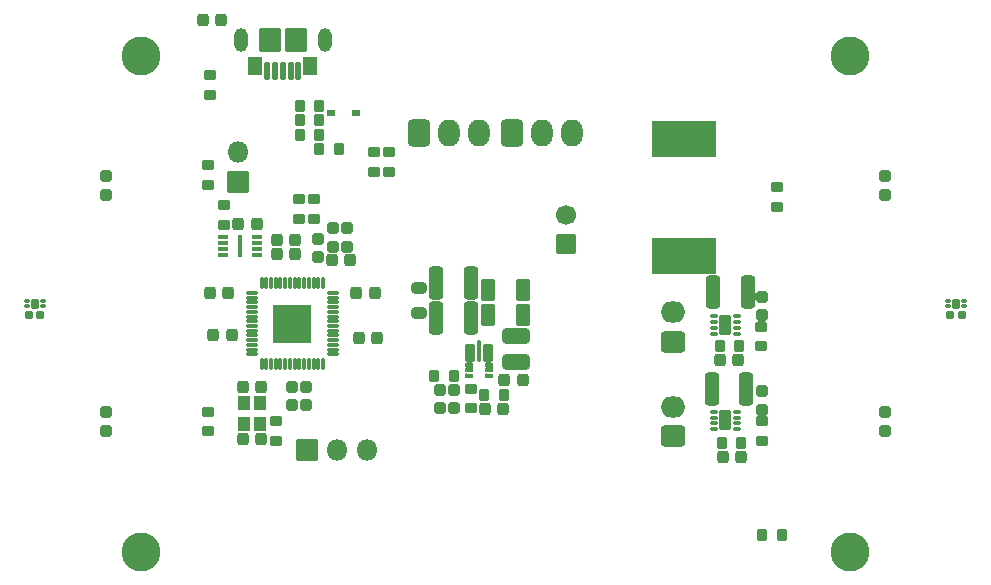
<source format=gts>
G04 #@! TF.GenerationSoftware,KiCad,Pcbnew,(6.0.7)*
G04 #@! TF.CreationDate,2022-10-27T11:37:51+02:00*
G04 #@! TF.ProjectId,DualValveCon,4475616c-5661-46c7-9665-436f6e2e6b69,rev?*
G04 #@! TF.SameCoordinates,Original*
G04 #@! TF.FileFunction,Soldermask,Top*
G04 #@! TF.FilePolarity,Negative*
%FSLAX46Y46*%
G04 Gerber Fmt 4.6, Leading zero omitted, Abs format (unit mm)*
G04 Created by KiCad (PCBNEW (6.0.7)) date 2022-10-27 11:37:51*
%MOMM*%
%LPD*%
G01*
G04 APERTURE LIST*
G04 Aperture macros list*
%AMRoundRect*
0 Rectangle with rounded corners*
0 $1 Rounding radius*
0 $2 $3 $4 $5 $6 $7 $8 $9 X,Y pos of 4 corners*
0 Add a 4 corners polygon primitive as box body*
4,1,4,$2,$3,$4,$5,$6,$7,$8,$9,$2,$3,0*
0 Add four circle primitives for the rounded corners*
1,1,$1+$1,$2,$3*
1,1,$1+$1,$4,$5*
1,1,$1+$1,$6,$7*
1,1,$1+$1,$8,$9*
0 Add four rect primitives between the rounded corners*
20,1,$1+$1,$2,$3,$4,$5,0*
20,1,$1+$1,$4,$5,$6,$7,0*
20,1,$1+$1,$6,$7,$8,$9,0*
20,1,$1+$1,$8,$9,$2,$3,0*%
G04 Aperture macros list end*
%ADD10RoundRect,0.300000X0.325000X1.100000X-0.325000X1.100000X-0.325000X-1.100000X0.325000X-1.100000X0*%
%ADD11RoundRect,0.100000X-0.387500X-0.050000X0.387500X-0.050000X0.387500X0.050000X-0.387500X0.050000X0*%
%ADD12RoundRect,0.100000X-0.050000X-0.387500X0.050000X-0.387500X0.050000X0.387500X-0.050000X0.387500X0*%
%ADD13RoundRect,0.050000X-1.600000X-1.600000X1.600000X-1.600000X1.600000X1.600000X-1.600000X1.600000X0*%
%ADD14C,3.300000*%
%ADD15RoundRect,0.250000X-0.275000X0.200000X-0.275000X-0.200000X0.275000X-0.200000X0.275000X0.200000X0*%
%ADD16RoundRect,0.300000X0.750000X-0.600000X0.750000X0.600000X-0.750000X0.600000X-0.750000X-0.600000X0*%
%ADD17O,2.100000X1.800000*%
%ADD18RoundRect,0.300000X-0.325000X-0.650000X0.325000X-0.650000X0.325000X0.650000X-0.325000X0.650000X0*%
%ADD19RoundRect,0.275000X0.225000X0.250000X-0.225000X0.250000X-0.225000X-0.250000X0.225000X-0.250000X0*%
%ADD20RoundRect,0.268750X0.218750X0.256250X-0.218750X0.256250X-0.218750X-0.256250X0.218750X-0.256250X0*%
%ADD21RoundRect,0.275000X-0.225000X-0.250000X0.225000X-0.250000X0.225000X0.250000X-0.225000X0.250000X0*%
%ADD22RoundRect,0.050000X-0.375000X-0.150000X0.375000X-0.150000X0.375000X0.150000X-0.375000X0.150000X0*%
%ADD23RoundRect,0.050000X-0.150000X-0.850000X0.150000X-0.850000X0.150000X0.850000X-0.150000X0.850000X0*%
%ADD24RoundRect,0.300000X-0.620000X-0.845000X0.620000X-0.845000X0.620000X0.845000X-0.620000X0.845000X0*%
%ADD25O,1.840000X2.290000*%
%ADD26RoundRect,0.050000X-0.500000X0.575000X-0.500000X-0.575000X0.500000X-0.575000X0.500000X0.575000X0*%
%ADD27RoundRect,0.050000X0.200000X0.700000X-0.200000X0.700000X-0.200000X-0.700000X0.200000X-0.700000X0*%
%ADD28O,1.150000X2.000000*%
%ADD29RoundRect,0.050000X0.575000X0.725000X-0.575000X0.725000X-0.575000X-0.725000X0.575000X-0.725000X0*%
%ADD30RoundRect,0.050000X0.875000X0.950000X-0.875000X0.950000X-0.875000X-0.950000X0.875000X-0.950000X0*%
%ADD31RoundRect,0.268750X0.256250X-0.218750X0.256250X0.218750X-0.256250X0.218750X-0.256250X-0.218750X0*%
%ADD32RoundRect,0.250000X0.275000X-0.200000X0.275000X0.200000X-0.275000X0.200000X-0.275000X-0.200000X0*%
%ADD33RoundRect,0.268750X-0.256250X0.218750X-0.256250X-0.218750X0.256250X-0.218750X0.256250X0.218750X0*%
%ADD34RoundRect,0.105000X-0.145000X-0.055000X0.145000X-0.055000X0.145000X0.055000X-0.145000X0.055000X0*%
%ADD35RoundRect,0.187500X-0.137500X-0.237500X0.137500X-0.237500X0.137500X0.237500X-0.137500X0.237500X0*%
%ADD36RoundRect,0.190000X-0.140000X-0.170000X0.140000X-0.170000X0.140000X0.170000X-0.140000X0.170000X0*%
%ADD37RoundRect,0.050000X0.300000X0.225000X-0.300000X0.225000X-0.300000X-0.225000X0.300000X-0.225000X0*%
%ADD38RoundRect,0.250000X0.200000X0.275000X-0.200000X0.275000X-0.200000X-0.275000X0.200000X-0.275000X0*%
%ADD39RoundRect,0.300000X0.850000X-0.375000X0.850000X0.375000X-0.850000X0.375000X-0.850000X-0.375000X0*%
%ADD40RoundRect,0.275000X-0.250000X0.225000X-0.250000X-0.225000X0.250000X-0.225000X0.250000X0.225000X0*%
%ADD41RoundRect,0.050000X0.850000X-0.850000X0.850000X0.850000X-0.850000X0.850000X-0.850000X-0.850000X0*%
%ADD42O,1.800000X1.800000*%
%ADD43RoundRect,0.050000X0.250000X0.125000X-0.250000X0.125000X-0.250000X-0.125000X0.250000X-0.125000X0*%
%ADD44RoundRect,0.050000X0.450000X0.800000X-0.450000X0.800000X-0.450000X-0.800000X0.450000X-0.800000X0*%
%ADD45RoundRect,0.275000X0.250000X-0.225000X0.250000X0.225000X-0.250000X0.225000X-0.250000X-0.225000X0*%
%ADD46RoundRect,0.050000X0.850000X0.850000X-0.850000X0.850000X-0.850000X-0.850000X0.850000X-0.850000X0*%
%ADD47RoundRect,0.250000X-0.200000X-0.275000X0.200000X-0.275000X0.200000X0.275000X-0.200000X0.275000X0*%
%ADD48RoundRect,0.050000X2.700000X-1.450000X2.700000X1.450000X-2.700000X1.450000X-2.700000X-1.450000X0*%
%ADD49RoundRect,0.250000X-0.200000X-0.525000X0.200000X-0.525000X0.200000X0.525000X-0.200000X0.525000X0*%
%ADD50RoundRect,0.125000X-0.225000X-0.075000X0.225000X-0.075000X0.225000X0.075000X-0.225000X0.075000X0*%
%ADD51RoundRect,0.125000X-0.075000X-0.787500X0.075000X-0.787500X0.075000X0.787500X-0.075000X0.787500X0*%
%ADD52RoundRect,0.268750X0.381250X-0.218750X0.381250X0.218750X-0.381250X0.218750X-0.381250X-0.218750X0*%
%ADD53RoundRect,0.050000X0.800000X-0.800000X0.800000X0.800000X-0.800000X0.800000X-0.800000X-0.800000X0*%
%ADD54C,1.700000*%
G04 APERTURE END LIST*
D10*
X157900000Y-88250000D03*
X154950000Y-88250000D03*
D11*
X139362500Y-86100000D03*
X139362500Y-86500000D03*
X139362500Y-86900000D03*
X139362500Y-87300000D03*
X139362500Y-87700000D03*
X139362500Y-88100000D03*
X139362500Y-88500000D03*
X139362500Y-88900000D03*
X139362500Y-89300000D03*
X139362500Y-89700000D03*
X139362500Y-90100000D03*
X139362500Y-90500000D03*
X139362500Y-90900000D03*
X139362500Y-91300000D03*
D12*
X140200000Y-92137500D03*
X140600000Y-92137500D03*
X141000000Y-92137500D03*
X141400000Y-92137500D03*
X141800000Y-92137500D03*
X142200000Y-92137500D03*
X142600000Y-92137500D03*
X143000000Y-92137500D03*
X143400000Y-92137500D03*
X143800000Y-92137500D03*
X144200000Y-92137500D03*
X144600000Y-92137500D03*
X145000000Y-92137500D03*
X145400000Y-92137500D03*
D11*
X146237500Y-91300000D03*
X146237500Y-90900000D03*
X146237500Y-90500000D03*
X146237500Y-90100000D03*
X146237500Y-89700000D03*
X146237500Y-89300000D03*
X146237500Y-88900000D03*
X146237500Y-88500000D03*
X146237500Y-88100000D03*
X146237500Y-87700000D03*
X146237500Y-87300000D03*
X146237500Y-86900000D03*
X146237500Y-86500000D03*
X146237500Y-86100000D03*
D12*
X145400000Y-85262500D03*
X145000000Y-85262500D03*
X144600000Y-85262500D03*
X144200000Y-85262500D03*
X143800000Y-85262500D03*
X143400000Y-85262500D03*
X143000000Y-85262500D03*
X142600000Y-85262500D03*
X142200000Y-85262500D03*
X141800000Y-85262500D03*
X141400000Y-85262500D03*
X141000000Y-85262500D03*
X140600000Y-85262500D03*
X140200000Y-85262500D03*
D13*
X142800000Y-88700000D03*
D14*
X190000000Y-66000000D03*
D15*
X143400000Y-78175000D03*
X143400000Y-79825000D03*
D16*
X175000000Y-98250000D03*
D17*
X175000000Y-95750000D03*
D18*
X159350000Y-87950000D03*
X162300000Y-87950000D03*
D10*
X181242500Y-94200000D03*
X178292500Y-94200000D03*
D19*
X139775000Y-80300000D03*
X138225000Y-80300000D03*
D20*
X147700000Y-83300000D03*
X146125000Y-83300000D03*
D21*
X141475000Y-82800000D03*
X143025000Y-82800000D03*
D22*
X136950000Y-81350000D03*
X136950000Y-81850000D03*
X136950000Y-82350000D03*
X136950000Y-82850000D03*
X139850000Y-82850000D03*
X139850000Y-82350000D03*
X139850000Y-81850000D03*
X139850000Y-81350000D03*
D23*
X138400000Y-82100000D03*
D15*
X149700000Y-74175000D03*
X149700000Y-75825000D03*
D24*
X161400000Y-72520000D03*
D25*
X163940000Y-72520000D03*
X166480000Y-72520000D03*
D26*
X138700000Y-95425000D03*
X138700000Y-97175000D03*
X140100000Y-97175000D03*
X140100000Y-95425000D03*
D27*
X143300000Y-67350000D03*
X142650000Y-67350000D03*
X142000000Y-67350000D03*
X141350000Y-67350000D03*
X140700000Y-67350000D03*
D28*
X138425000Y-64700000D03*
X145575000Y-64700000D03*
D29*
X144320000Y-66930000D03*
D30*
X140875000Y-64700000D03*
X143125000Y-64700000D03*
D29*
X139680000Y-66930000D03*
D31*
X127000000Y-97787500D03*
X127000000Y-96212500D03*
D19*
X180575000Y-91800000D03*
X179025000Y-91800000D03*
D21*
X138625000Y-94100000D03*
X140175000Y-94100000D03*
D32*
X135700000Y-97825000D03*
X135700000Y-96175000D03*
D16*
X175000000Y-90250000D03*
D17*
X175000000Y-87750000D03*
D33*
X127000000Y-76212500D03*
X127000000Y-77787500D03*
D34*
X198300000Y-87250000D03*
X199700000Y-87250000D03*
X199700000Y-86750000D03*
X198300000Y-86750000D03*
D35*
X199000000Y-87000000D03*
D14*
X190000000Y-108000000D03*
D36*
X120520000Y-88000000D03*
X121480000Y-88000000D03*
D15*
X182600000Y-96975000D03*
X182600000Y-98625000D03*
D19*
X180775000Y-100000000D03*
X179225000Y-100000000D03*
D37*
X148200000Y-70900000D03*
X146100000Y-70900000D03*
D15*
X144600000Y-78175000D03*
X144600000Y-79825000D03*
D31*
X193000000Y-97787500D03*
X193000000Y-96212500D03*
D38*
X180825000Y-98800000D03*
X179175000Y-98800000D03*
D33*
X193000000Y-76212500D03*
X193000000Y-77787500D03*
D39*
X161725000Y-91925000D03*
X161725000Y-89775000D03*
D36*
X198520000Y-88000000D03*
X199480000Y-88000000D03*
D21*
X148225000Y-86100000D03*
X149775000Y-86100000D03*
D40*
X144000000Y-94025000D03*
X144000000Y-95575000D03*
D41*
X144075000Y-99400000D03*
D42*
X146615000Y-99400000D03*
X149155000Y-99400000D03*
D38*
X184225000Y-106600000D03*
X182575000Y-106600000D03*
D15*
X157925000Y-94225000D03*
X157925000Y-95875000D03*
D21*
X141475000Y-81650000D03*
X143025000Y-81650000D03*
D43*
X180417500Y-89550000D03*
X180417500Y-89050000D03*
X180417500Y-88550000D03*
X180417500Y-88050000D03*
X178517500Y-88050000D03*
X178517500Y-88550000D03*
X178517500Y-89050000D03*
X178517500Y-89550000D03*
D44*
X179467500Y-88800000D03*
D38*
X145075000Y-71500000D03*
X143425000Y-71500000D03*
D20*
X136787500Y-63000000D03*
X135212500Y-63000000D03*
D32*
X137000000Y-80325000D03*
X137000000Y-78675000D03*
D14*
X130000000Y-108000000D03*
D19*
X162300000Y-93450000D03*
X160750000Y-93450000D03*
D14*
X130000000Y-66000000D03*
D19*
X137375000Y-86100000D03*
X135825000Y-86100000D03*
D40*
X142800000Y-94025000D03*
X142800000Y-95575000D03*
D45*
X147412500Y-82175000D03*
X147412500Y-80625000D03*
D24*
X153560000Y-72520000D03*
D25*
X156100000Y-72520000D03*
X158640000Y-72520000D03*
D46*
X138225000Y-76750000D03*
D42*
X138225000Y-74210000D03*
D10*
X157900000Y-85250000D03*
X154950000Y-85250000D03*
D15*
X151000000Y-74175000D03*
X151000000Y-75825000D03*
D38*
X145075000Y-70300000D03*
X143425000Y-70300000D03*
D34*
X120300000Y-87250000D03*
X121700000Y-87250000D03*
X121700000Y-86750000D03*
X120300000Y-86750000D03*
D35*
X121000000Y-87000000D03*
D47*
X145075000Y-73900000D03*
X146725000Y-73900000D03*
D32*
X135800000Y-69325000D03*
X135800000Y-67675000D03*
D15*
X183800000Y-77175000D03*
X183800000Y-78825000D03*
D21*
X148425000Y-89900000D03*
X149975000Y-89900000D03*
D43*
X180417500Y-97650000D03*
X180417500Y-97150000D03*
X180417500Y-96650000D03*
X180417500Y-96150000D03*
X178517500Y-96150000D03*
X178517500Y-96650000D03*
X178517500Y-97150000D03*
X178517500Y-97650000D03*
D44*
X179467500Y-96900000D03*
D19*
X137675000Y-89700000D03*
X136125000Y-89700000D03*
D45*
X156525000Y-95850000D03*
X156525000Y-94300000D03*
X145000000Y-83075000D03*
X145000000Y-81525000D03*
D48*
X176000000Y-82950000D03*
X176000000Y-73050000D03*
D21*
X159125000Y-95950000D03*
X160675000Y-95950000D03*
D15*
X141400000Y-96975000D03*
X141400000Y-98625000D03*
D19*
X140175000Y-98500000D03*
X138625000Y-98500000D03*
D49*
X157875000Y-91162500D03*
D50*
X157775000Y-92212500D03*
X157775000Y-92662500D03*
X157775000Y-93112500D03*
X159475000Y-93112500D03*
X159475000Y-92662500D03*
X159475000Y-92212500D03*
D49*
X159375000Y-91162500D03*
D51*
X158625000Y-91025000D03*
D47*
X143425000Y-72700000D03*
X145075000Y-72700000D03*
D10*
X181342500Y-86000000D03*
X178392500Y-86000000D03*
D38*
X156450000Y-93100000D03*
X154800000Y-93100000D03*
X180625000Y-90600000D03*
X178975000Y-90600000D03*
D52*
X153525000Y-87812500D03*
X153525000Y-85687500D03*
D53*
X166000000Y-82000000D03*
D54*
X166000000Y-79500000D03*
D38*
X160700000Y-94750000D03*
X159050000Y-94750000D03*
D45*
X182567500Y-87975000D03*
X182567500Y-86425000D03*
X182600000Y-95975000D03*
X182600000Y-94425000D03*
X155325000Y-95875000D03*
X155325000Y-94325000D03*
X146212500Y-82175000D03*
X146212500Y-80625000D03*
D15*
X182500000Y-88975000D03*
X182500000Y-90625000D03*
D18*
X159350000Y-85850000D03*
X162300000Y-85850000D03*
D32*
X135700000Y-76925000D03*
X135700000Y-75275000D03*
G36*
X182948549Y-96454378D02*
G01*
X182948939Y-96456340D01*
X182948520Y-96457048D01*
X182927975Y-96479468D01*
X182929574Y-96516082D01*
X182952700Y-96538749D01*
X182953237Y-96540675D01*
X182951837Y-96542104D01*
X182950910Y-96542139D01*
X182874801Y-96527000D01*
X182325199Y-96527000D01*
X182248942Y-96542168D01*
X182247048Y-96541525D01*
X182246658Y-96539563D01*
X182247102Y-96538828D01*
X182271669Y-96512986D01*
X182270741Y-96476347D01*
X182251917Y-96457175D01*
X182251417Y-96455239D01*
X182252844Y-96453837D01*
X182253734Y-96453812D01*
X182350199Y-96473000D01*
X182849801Y-96473000D01*
X182946655Y-96453735D01*
X182948549Y-96454378D01*
G37*
G36*
X158057269Y-92847884D02*
G01*
X158056936Y-92849126D01*
X158037531Y-92878167D01*
X158044717Y-92914294D01*
X158054598Y-92924175D01*
X158055116Y-92926107D01*
X158053702Y-92927521D01*
X158052073Y-92927252D01*
X158047056Y-92923900D01*
X157999801Y-92914500D01*
X157550199Y-92914500D01*
X157502944Y-92923900D01*
X157495838Y-92928648D01*
X157493842Y-92928779D01*
X157492731Y-92927116D01*
X157493064Y-92925874D01*
X157512469Y-92896833D01*
X157505283Y-92860706D01*
X157495402Y-92850825D01*
X157494884Y-92848893D01*
X157496298Y-92847479D01*
X157497927Y-92847748D01*
X157502944Y-92851100D01*
X157550199Y-92860500D01*
X157999801Y-92860500D01*
X158047056Y-92851100D01*
X158054162Y-92846352D01*
X158056158Y-92846221D01*
X158057269Y-92847884D01*
G37*
G36*
X159757269Y-92847884D02*
G01*
X159756936Y-92849126D01*
X159737531Y-92878167D01*
X159744717Y-92914294D01*
X159754598Y-92924175D01*
X159755116Y-92926107D01*
X159753702Y-92927521D01*
X159752073Y-92927252D01*
X159747056Y-92923900D01*
X159699801Y-92914500D01*
X159250199Y-92914500D01*
X159202944Y-92923900D01*
X159195838Y-92928648D01*
X159193842Y-92928779D01*
X159192731Y-92927116D01*
X159193064Y-92925874D01*
X159212469Y-92896833D01*
X159205283Y-92860706D01*
X159195402Y-92850825D01*
X159194884Y-92848893D01*
X159196298Y-92847479D01*
X159197927Y-92847748D01*
X159202944Y-92851100D01*
X159250199Y-92860500D01*
X159699801Y-92860500D01*
X159747056Y-92851100D01*
X159754162Y-92846352D01*
X159756158Y-92846221D01*
X159757269Y-92847884D01*
G37*
G36*
X159757269Y-92397884D02*
G01*
X159756936Y-92399126D01*
X159737531Y-92428167D01*
X159744717Y-92464294D01*
X159754598Y-92474175D01*
X159755116Y-92476107D01*
X159753702Y-92477521D01*
X159752073Y-92477252D01*
X159747056Y-92473900D01*
X159699801Y-92464500D01*
X159250199Y-92464500D01*
X159202944Y-92473900D01*
X159195838Y-92478648D01*
X159193842Y-92478779D01*
X159192731Y-92477116D01*
X159193064Y-92475874D01*
X159212469Y-92446833D01*
X159205283Y-92410706D01*
X159195402Y-92400825D01*
X159194884Y-92398893D01*
X159196298Y-92397479D01*
X159197927Y-92397748D01*
X159202944Y-92401100D01*
X159250199Y-92410500D01*
X159699801Y-92410500D01*
X159747056Y-92401100D01*
X159754162Y-92396352D01*
X159756158Y-92396221D01*
X159757269Y-92397884D01*
G37*
G36*
X158057269Y-92397884D02*
G01*
X158056936Y-92399126D01*
X158037531Y-92428167D01*
X158044717Y-92464294D01*
X158054598Y-92474175D01*
X158055116Y-92476107D01*
X158053702Y-92477521D01*
X158052073Y-92477252D01*
X158047056Y-92473900D01*
X157999801Y-92464500D01*
X157550199Y-92464500D01*
X157502944Y-92473900D01*
X157495838Y-92478648D01*
X157493842Y-92478779D01*
X157492731Y-92477116D01*
X157493064Y-92475874D01*
X157512469Y-92446833D01*
X157505283Y-92410706D01*
X157495402Y-92400825D01*
X157494884Y-92398893D01*
X157496298Y-92397479D01*
X157497927Y-92397748D01*
X157502944Y-92401100D01*
X157550199Y-92410500D01*
X157999801Y-92410500D01*
X158047056Y-92401100D01*
X158054162Y-92396352D01*
X158056158Y-92396221D01*
X158057269Y-92397884D01*
G37*
G36*
X159659679Y-91919637D02*
G01*
X159660069Y-91921599D01*
X159659625Y-91922334D01*
X159637773Y-91945320D01*
X159638700Y-91981918D01*
X159665406Y-92007307D01*
X159682781Y-92010534D01*
X159684302Y-92011833D01*
X159683936Y-92013800D01*
X159682416Y-92014500D01*
X159250199Y-92014500D01*
X159202944Y-92023900D01*
X159197240Y-92027711D01*
X159195244Y-92027842D01*
X159194133Y-92026179D01*
X159194466Y-92024937D01*
X159213873Y-91995893D01*
X159206730Y-91959985D01*
X159175601Y-91939186D01*
X159175705Y-91939031D01*
X159174699Y-91938218D01*
X159175011Y-91936243D01*
X159176566Y-91935500D01*
X159574801Y-91935500D01*
X159657785Y-91918994D01*
X159659679Y-91919637D01*
G37*
G36*
X157675199Y-91935500D02*
G01*
X158074805Y-91935500D01*
X158076346Y-91935193D01*
X158077673Y-91935643D01*
X158078843Y-91934696D01*
X158148015Y-91920937D01*
X158149909Y-91921580D01*
X158150299Y-91923542D01*
X158149217Y-91924727D01*
X158131972Y-91932387D01*
X158131393Y-91932545D01*
X158079466Y-91938644D01*
X158078332Y-91938156D01*
X158077713Y-91938900D01*
X158045491Y-91956908D01*
X158035523Y-91992135D01*
X158052926Y-92023274D01*
X158052898Y-92025274D01*
X158051152Y-92026250D01*
X158050069Y-92025913D01*
X158047056Y-92023900D01*
X157999801Y-92014500D01*
X157567645Y-92014500D01*
X157565913Y-92013500D01*
X157565913Y-92011500D01*
X157566880Y-92010652D01*
X157601467Y-91996326D01*
X157615477Y-91962502D01*
X157601378Y-91928462D01*
X157593707Y-91923205D01*
X157592844Y-91921401D01*
X157593975Y-91919751D01*
X157595228Y-91919593D01*
X157675199Y-91935500D01*
G37*
G36*
X182197476Y-88441782D02*
G01*
X182213041Y-88452182D01*
X182317699Y-88473000D01*
X182817301Y-88473000D01*
X182903054Y-88455943D01*
X182904948Y-88456586D01*
X182905338Y-88458548D01*
X182904289Y-88459718D01*
X182887650Y-88467477D01*
X182862624Y-88494787D01*
X182864223Y-88531401D01*
X182883317Y-88550117D01*
X182883854Y-88552043D01*
X182882454Y-88553472D01*
X182880806Y-88553208D01*
X182869892Y-88545915D01*
X182774801Y-88527000D01*
X182225199Y-88527000D01*
X182151985Y-88541563D01*
X182150091Y-88540920D01*
X182149701Y-88538958D01*
X182150783Y-88537773D01*
X182168028Y-88530113D01*
X182168607Y-88529955D01*
X182170223Y-88529766D01*
X182202560Y-88511694D01*
X182212529Y-88476468D01*
X182194619Y-88444421D01*
X182194647Y-88442421D01*
X182196393Y-88441445D01*
X182197476Y-88441782D01*
G37*
G36*
X181969348Y-86085260D02*
G01*
X181983675Y-86119849D01*
X182017499Y-86133859D01*
X182051551Y-86119755D01*
X182058597Y-86109691D01*
X182060409Y-86108846D01*
X182062048Y-86109993D01*
X182062197Y-86111228D01*
X182044500Y-86200199D01*
X182044500Y-86649801D01*
X182062519Y-86740387D01*
X182061876Y-86742281D01*
X182059914Y-86742671D01*
X182059206Y-86742252D01*
X182033859Y-86719026D01*
X181997284Y-86720623D01*
X181972384Y-86747796D01*
X181969470Y-86764323D01*
X181968184Y-86765855D01*
X181966214Y-86765508D01*
X181965500Y-86763976D01*
X181965500Y-86086025D01*
X181966500Y-86084293D01*
X181968500Y-86084293D01*
X181969348Y-86085260D01*
G37*
M02*

</source>
